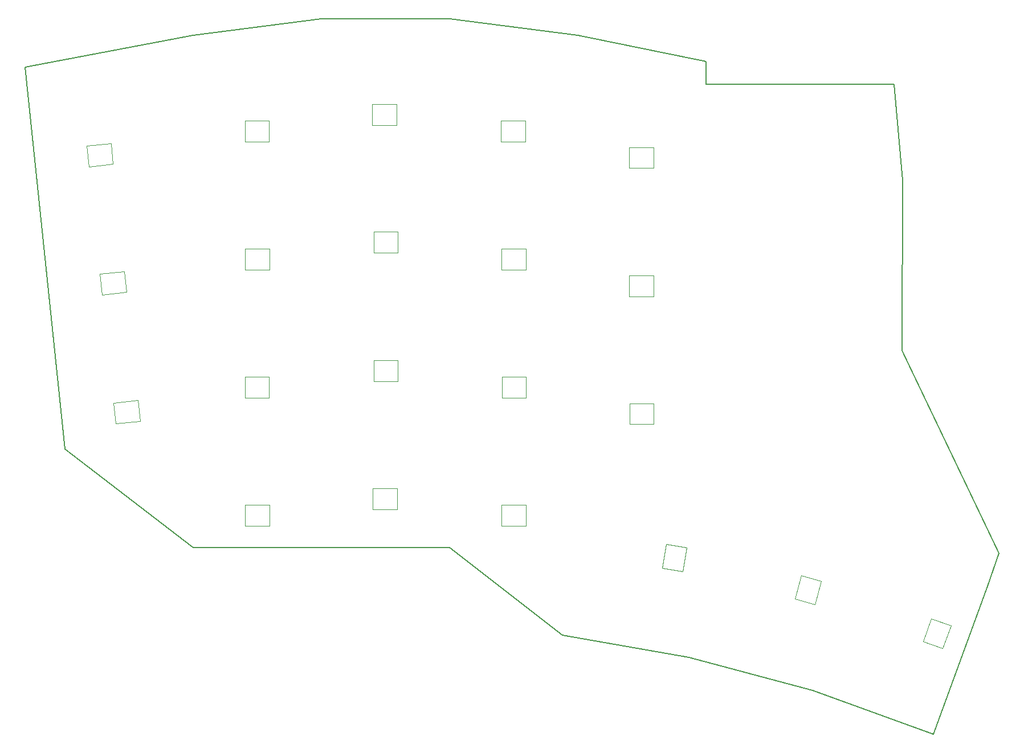
<source format=gbr>
%TF.GenerationSoftware,KiCad,Pcbnew,(5.1.10)-1*%
%TF.CreationDate,2021-10-28T21:07:41+02:00*%
%TF.ProjectId,yaohkib - lefft,79616f68-6b69-4622-902d-206c65666674,rev?*%
%TF.SameCoordinates,Original*%
%TF.FileFunction,Profile,NP*%
%FSLAX46Y46*%
G04 Gerber Fmt 4.6, Leading zero omitted, Abs format (unit mm)*
G04 Created by KiCad (PCBNEW (5.1.10)-1) date 2021-10-28 21:07:41*
%MOMM*%
%LPD*%
G01*
G04 APERTURE LIST*
%TA.AperFunction,Profile*%
%ADD10C,0.200000*%
%TD*%
%TA.AperFunction,Profile*%
%ADD11C,0.120000*%
%TD*%
G04 APERTURE END LIST*
D10*
X72021500Y-49225500D02*
X77927000Y-106058000D01*
X202387000Y-66053000D02*
X202323500Y-91389500D01*
X151904500Y-133680500D02*
X170700500Y-137046000D01*
X200545500Y-51765500D02*
X201117000Y-51765500D01*
X189052000Y-141935500D02*
X206959000Y-148476000D01*
X77927000Y-106058000D02*
X96977000Y-120663000D01*
X135077000Y-120663000D02*
X151904500Y-133680500D01*
X173177000Y-51765500D02*
X200545500Y-51765500D01*
X173177000Y-48400000D02*
X173177000Y-51765500D01*
X116027000Y-41986500D02*
X135077000Y-41986500D01*
X201117000Y-51765500D02*
X202387000Y-66053000D01*
X189052000Y-141935500D02*
X170700500Y-137046000D01*
X96977000Y-120663000D02*
X135077000Y-120663000D01*
X154125000Y-44450000D02*
X135077000Y-41986500D01*
X216738000Y-121552000D02*
X215023500Y-126441500D01*
X173177000Y-48400000D02*
X154125000Y-44450000D01*
X116027000Y-41986500D02*
X96975000Y-44475000D01*
X216738000Y-121552000D02*
X202323500Y-91389500D01*
X215023500Y-126441500D02*
X206959000Y-148476000D01*
X96975000Y-44475000D02*
X72021500Y-49225500D01*
D11*
%TO.C,LED13*%
X108321500Y-79363000D02*
X104721500Y-79363000D01*
X108321500Y-76263000D02*
X108321500Y-79363000D01*
X104721500Y-76263000D02*
X108321500Y-76263000D01*
X104721500Y-79363000D02*
X104721500Y-76263000D01*
%TO.C,LED19*%
X127415500Y-95935000D02*
X123815500Y-95935000D01*
X127415500Y-92835000D02*
X127415500Y-95935000D01*
X123815500Y-92835000D02*
X127415500Y-92835000D01*
X123815500Y-95935000D02*
X123815500Y-92835000D01*
%TO.C,LED14*%
X127415500Y-76823000D02*
X123815500Y-76823000D01*
X127415500Y-73723000D02*
X127415500Y-76823000D01*
X123815500Y-73723000D02*
X127415500Y-73723000D01*
X123815500Y-76823000D02*
X123815500Y-73723000D01*
%TO.C,LED27*%
X209573889Y-132294754D02*
X208342616Y-135677647D01*
X206660842Y-131234491D02*
X209573889Y-132294754D01*
X205429569Y-134617384D02*
X206660842Y-131234491D01*
X208342616Y-135677647D02*
X205429569Y-134617384D01*
%TO.C,LED15*%
X146421500Y-79363000D02*
X142821500Y-79363000D01*
X146421500Y-76263000D02*
X146421500Y-79363000D01*
X142821500Y-76263000D02*
X146421500Y-76263000D01*
X142821500Y-79363000D02*
X142821500Y-76263000D01*
%TO.C,LED22*%
X108321500Y-117463000D02*
X104721500Y-117463000D01*
X108321500Y-114363000D02*
X108321500Y-117463000D01*
X104721500Y-114363000D02*
X108321500Y-114363000D01*
X104721500Y-117463000D02*
X104721500Y-114363000D01*
%TO.C,LED8*%
X146338500Y-60311500D02*
X142738500Y-60311500D01*
X146338500Y-57211500D02*
X146338500Y-60311500D01*
X142738500Y-57211500D02*
X146338500Y-57211500D01*
X142738500Y-60311500D02*
X142738500Y-57211500D01*
%TO.C,LED9*%
X127225000Y-57835000D02*
X123625000Y-57835000D01*
X127225000Y-54735000D02*
X127225000Y-57835000D01*
X123625000Y-54735000D02*
X127225000Y-54735000D01*
X123625000Y-57835000D02*
X123625000Y-54735000D01*
%TO.C,LED7*%
X165388500Y-64248500D02*
X161788500Y-64248500D01*
X165388500Y-61148500D02*
X165388500Y-64248500D01*
X161788500Y-61148500D02*
X165388500Y-61148500D01*
X161788500Y-64248500D02*
X161788500Y-61148500D01*
%TO.C,LED20*%
X108302000Y-98411500D02*
X104702000Y-98411500D01*
X108302000Y-95311500D02*
X108302000Y-98411500D01*
X104702000Y-95311500D02*
X108302000Y-95311500D01*
X104702000Y-98411500D02*
X104702000Y-95311500D01*
%TO.C,LED12*%
X87059894Y-82677477D02*
X83479615Y-83053779D01*
X86735855Y-79594459D02*
X87059894Y-82677477D01*
X83155576Y-79970761D02*
X86735855Y-79594459D01*
X83479615Y-83053779D02*
X83155576Y-79970761D01*
%TO.C,LED21*%
X89091894Y-101854477D02*
X85511615Y-102230779D01*
X88767855Y-98771459D02*
X89091894Y-101854477D01*
X85187576Y-99147761D02*
X88767855Y-98771459D01*
X85511615Y-102230779D02*
X85187576Y-99147761D01*
%TO.C,LED24*%
X146421500Y-117463000D02*
X142821500Y-117463000D01*
X146421500Y-114363000D02*
X146421500Y-117463000D01*
X142821500Y-114363000D02*
X146421500Y-114363000D01*
X142821500Y-117463000D02*
X142821500Y-114363000D01*
%TO.C,LED18*%
X146465500Y-98411500D02*
X142865500Y-98411500D01*
X146465500Y-95311500D02*
X146465500Y-98411500D01*
X142865500Y-95311500D02*
X146465500Y-95311500D01*
X142865500Y-98411500D02*
X142865500Y-95311500D01*
%TO.C,LED23*%
X127308000Y-114986500D02*
X123708000Y-114986500D01*
X127308000Y-111886500D02*
X127308000Y-114986500D01*
X123708000Y-111886500D02*
X127308000Y-111886500D01*
X123708000Y-114986500D02*
X123708000Y-111886500D01*
%TO.C,LED26*%
X190344455Y-125655472D02*
X189412707Y-129132805D01*
X187350085Y-124853133D02*
X190344455Y-125655472D01*
X186418337Y-128330466D02*
X187350085Y-124853133D01*
X189412707Y-129132805D02*
X186418337Y-128330466D01*
%TO.C,LED25*%
X170338352Y-120719276D02*
X169713218Y-124264584D01*
X167285448Y-120180966D02*
X170338352Y-120719276D01*
X166660314Y-123726274D02*
X167285448Y-120180966D01*
X169713218Y-124264584D02*
X166660314Y-123726274D01*
%TO.C,LED17*%
X165452000Y-102348500D02*
X161852000Y-102348500D01*
X165452000Y-99248500D02*
X165452000Y-102348500D01*
X161852000Y-99248500D02*
X165452000Y-99248500D01*
X161852000Y-102348500D02*
X161852000Y-99248500D01*
%TO.C,LED10*%
X108302000Y-60311500D02*
X104702000Y-60311500D01*
X108302000Y-57211500D02*
X108302000Y-60311500D01*
X104702000Y-57211500D02*
X108302000Y-57211500D01*
X104702000Y-60311500D02*
X104702000Y-57211500D01*
%TO.C,LED16*%
X165408000Y-83300000D02*
X161808000Y-83300000D01*
X165408000Y-80200000D02*
X165408000Y-83300000D01*
X161808000Y-80200000D02*
X165408000Y-80200000D01*
X161808000Y-83300000D02*
X161808000Y-80200000D01*
%TO.C,LED11*%
X85091394Y-63627477D02*
X81511115Y-64003779D01*
X84767355Y-60544459D02*
X85091394Y-63627477D01*
X81187076Y-60920761D02*
X84767355Y-60544459D01*
X81511115Y-64003779D02*
X81187076Y-60920761D01*
%TD*%
M02*

</source>
